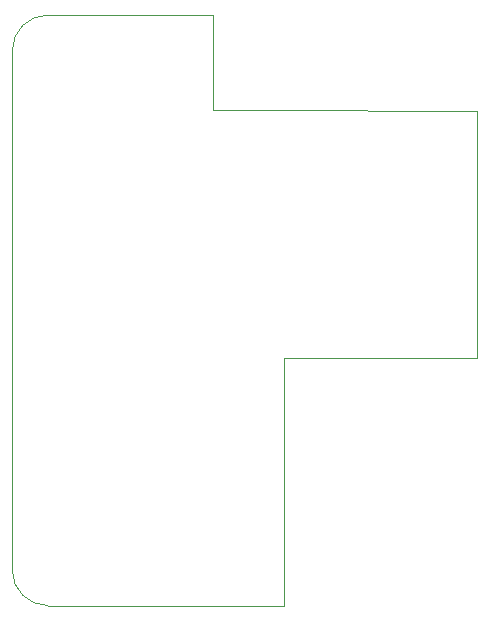
<source format=gbr>
G04 #@! TF.GenerationSoftware,KiCad,Pcbnew,(5.1.9)-1*
G04 #@! TF.CreationDate,2021-02-02T20:04:29-05:00*
G04 #@! TF.ProjectId,ZeroPilot,5a65726f-5069-46c6-9f74-2e6b69636164,rev?*
G04 #@! TF.SameCoordinates,Original*
G04 #@! TF.FileFunction,Profile,NP*
%FSLAX46Y46*%
G04 Gerber Fmt 4.6, Leading zero omitted, Abs format (unit mm)*
G04 Created by KiCad (PCBNEW (5.1.9)-1) date 2021-02-02 20:04:29*
%MOMM*%
%LPD*%
G01*
G04 APERTURE LIST*
G04 #@! TA.AperFunction,Profile*
%ADD10C,0.100000*%
G04 #@! TD*
G04 APERTURE END LIST*
D10*
X73000000Y-129000000D02*
X89370000Y-129045000D01*
X89370000Y-108090000D02*
X89370000Y-129045000D01*
X73000000Y-129000000D02*
X73000000Y-150000000D01*
X71000000Y-108000000D02*
X89370000Y-108090000D01*
X67000000Y-100000000D02*
X53000000Y-100000000D01*
X73000000Y-150000000D02*
X53000000Y-150000000D01*
X67000000Y-108000000D02*
X71000000Y-108000000D01*
X67000000Y-100000000D02*
X67000000Y-108000000D01*
X50000000Y-147000000D02*
X50000000Y-103000000D01*
X50000000Y-103000000D02*
G75*
G02*
X53000000Y-100000000I3000000J0D01*
G01*
X53000000Y-150000000D02*
G75*
G02*
X50000000Y-147000000I0J3000000D01*
G01*
M02*

</source>
